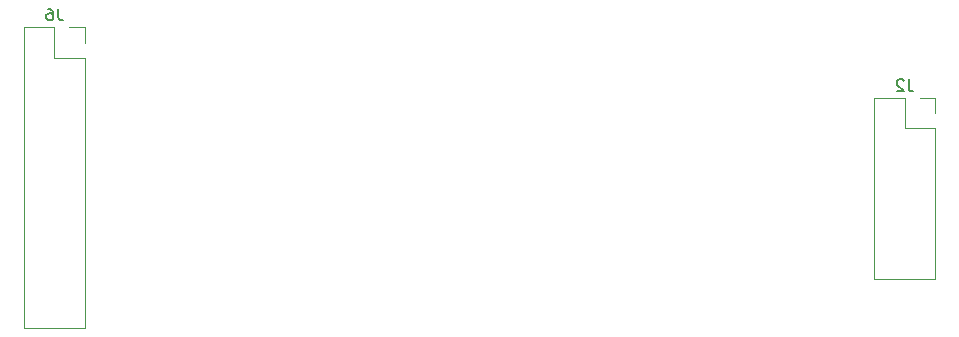
<source format=gbr>
%TF.GenerationSoftware,KiCad,Pcbnew,7.0.5*%
%TF.CreationDate,2023-06-26T01:29:26+02:00*%
%TF.ProjectId,GigaVesc,47696761-5665-4736-932e-6b696361645f,rev?*%
%TF.SameCoordinates,Original*%
%TF.FileFunction,Legend,Bot*%
%TF.FilePolarity,Positive*%
%FSLAX46Y46*%
G04 Gerber Fmt 4.6, Leading zero omitted, Abs format (unit mm)*
G04 Created by KiCad (PCBNEW 7.0.5) date 2023-06-26 01:29:26*
%MOMM*%
%LPD*%
G01*
G04 APERTURE LIST*
%ADD10C,0.150000*%
%ADD11C,0.120000*%
G04 APERTURE END LIST*
D10*
%TO.C,J6*%
X120063333Y-74124819D02*
X120063333Y-74839104D01*
X120063333Y-74839104D02*
X120110952Y-74981961D01*
X120110952Y-74981961D02*
X120206190Y-75077200D01*
X120206190Y-75077200D02*
X120349047Y-75124819D01*
X120349047Y-75124819D02*
X120444285Y-75124819D01*
X119158571Y-74124819D02*
X119349047Y-74124819D01*
X119349047Y-74124819D02*
X119444285Y-74172438D01*
X119444285Y-74172438D02*
X119491904Y-74220057D01*
X119491904Y-74220057D02*
X119587142Y-74362914D01*
X119587142Y-74362914D02*
X119634761Y-74553390D01*
X119634761Y-74553390D02*
X119634761Y-74934342D01*
X119634761Y-74934342D02*
X119587142Y-75029580D01*
X119587142Y-75029580D02*
X119539523Y-75077200D01*
X119539523Y-75077200D02*
X119444285Y-75124819D01*
X119444285Y-75124819D02*
X119253809Y-75124819D01*
X119253809Y-75124819D02*
X119158571Y-75077200D01*
X119158571Y-75077200D02*
X119110952Y-75029580D01*
X119110952Y-75029580D02*
X119063333Y-74934342D01*
X119063333Y-74934342D02*
X119063333Y-74696247D01*
X119063333Y-74696247D02*
X119110952Y-74601009D01*
X119110952Y-74601009D02*
X119158571Y-74553390D01*
X119158571Y-74553390D02*
X119253809Y-74505771D01*
X119253809Y-74505771D02*
X119444285Y-74505771D01*
X119444285Y-74505771D02*
X119539523Y-74553390D01*
X119539523Y-74553390D02*
X119587142Y-74601009D01*
X119587142Y-74601009D02*
X119634761Y-74696247D01*
%TO.C,J2*%
X192063333Y-80124819D02*
X192063333Y-80839104D01*
X192063333Y-80839104D02*
X192110952Y-80981961D01*
X192110952Y-80981961D02*
X192206190Y-81077200D01*
X192206190Y-81077200D02*
X192349047Y-81124819D01*
X192349047Y-81124819D02*
X192444285Y-81124819D01*
X191634761Y-80220057D02*
X191587142Y-80172438D01*
X191587142Y-80172438D02*
X191491904Y-80124819D01*
X191491904Y-80124819D02*
X191253809Y-80124819D01*
X191253809Y-80124819D02*
X191158571Y-80172438D01*
X191158571Y-80172438D02*
X191110952Y-80220057D01*
X191110952Y-80220057D02*
X191063333Y-80315295D01*
X191063333Y-80315295D02*
X191063333Y-80410533D01*
X191063333Y-80410533D02*
X191110952Y-80553390D01*
X191110952Y-80553390D02*
X191682380Y-81124819D01*
X191682380Y-81124819D02*
X191063333Y-81124819D01*
D11*
%TO.C,J6*%
X122330000Y-101190000D02*
X117130000Y-101190000D01*
X122330000Y-78270000D02*
X122330000Y-101190000D01*
X122330000Y-78270000D02*
X119730000Y-78270000D01*
X122330000Y-77000000D02*
X122330000Y-75670000D01*
X122330000Y-75670000D02*
X121000000Y-75670000D01*
X119730000Y-78270000D02*
X119730000Y-75670000D01*
X119730000Y-75670000D02*
X117130000Y-75670000D01*
X117130000Y-75670000D02*
X117130000Y-101190000D01*
%TO.C,J2*%
X194330000Y-97030000D02*
X189130000Y-97030000D01*
X194330000Y-84270000D02*
X194330000Y-97030000D01*
X194330000Y-84270000D02*
X191730000Y-84270000D01*
X194330000Y-83000000D02*
X194330000Y-81670000D01*
X194330000Y-81670000D02*
X193000000Y-81670000D01*
X191730000Y-84270000D02*
X191730000Y-81670000D01*
X191730000Y-81670000D02*
X189130000Y-81670000D01*
X189130000Y-81670000D02*
X189130000Y-97030000D01*
%TD*%
M02*

</source>
